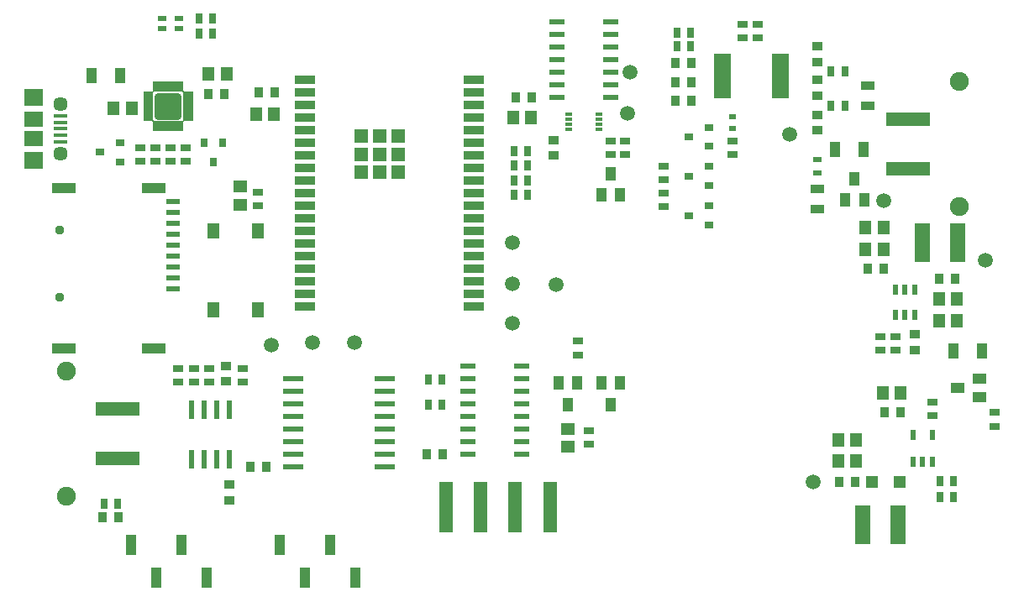
<source format=gbr>
G04 #@! TF.GenerationSoftware,KiCad,Pcbnew,(6.0.0-rc1-255-gd64ae52042)*
G04 #@! TF.CreationDate,2021-12-16T13:03:02+13:00*
G04 #@! TF.ProjectId,main_board,6d61696e-5f62-46f6-9172-642e6b696361,rev?*
G04 #@! TF.SameCoordinates,Original*
G04 #@! TF.FileFunction,Soldermask,Top*
G04 #@! TF.FilePolarity,Negative*
%FSLAX46Y46*%
G04 Gerber Fmt 4.6, Leading zero omitted, Abs format (unit mm)*
G04 Created by KiCad (PCBNEW (6.0.0-rc1-255-gd64ae52042)) date 2021-12-16 13:03:02*
%MOMM*%
%LPD*%
G01*
G04 APERTURE LIST*
G04 Aperture macros list*
%AMRoundRect*
0 Rectangle with rounded corners*
0 $1 Rounding radius*
0 $2 $3 $4 $5 $6 $7 $8 $9 X,Y pos of 4 corners*
0 Add a 4 corners polygon primitive as box body*
4,1,4,$2,$3,$4,$5,$6,$7,$8,$9,$2,$3,0*
0 Add four circle primitives for the rounded corners*
1,1,$1+$1,$2,$3*
1,1,$1+$1,$4,$5*
1,1,$1+$1,$6,$7*
1,1,$1+$1,$8,$9*
0 Add four rect primitives between the rounded corners*
20,1,$1+$1,$2,$3,$4,$5,0*
20,1,$1+$1,$4,$5,$6,$7,0*
20,1,$1+$1,$6,$7,$8,$9,0*
20,1,$1+$1,$8,$9,$2,$3,0*%
G04 Aperture macros list end*
%ADD10C,0.000000*%
%ADD11C,1.900000*%
%ADD12R,4.500000X1.400000*%
%ADD13R,1.150000X1.450000*%
%ADD14C,1.500000*%
%ADD15R,0.990000X0.720000*%
%ADD16R,1.000000X1.500000*%
%ADD17R,0.950000X1.000000*%
%ADD18R,0.720000X0.990000*%
%ADD19R,0.900000X0.800000*%
%ADD20R,1.550000X0.600000*%
%ADD21R,1.500000X0.450000*%
%ADD22R,1.000000X1.400000*%
%ADD23R,0.800000X0.900000*%
%ADD24R,1.450000X1.150000*%
%ADD25R,1.200000X1.200000*%
%ADD26R,0.900000X0.500000*%
%ADD27R,0.570000X1.970000*%
%ADD28R,1.000000X2.000000*%
%ADD29R,1.000000X0.950000*%
%ADD30R,0.750000X0.300000*%
%ADD31R,0.300000X0.750000*%
%ADD32RoundRect,0.265000X1.060000X1.060000X-1.060000X1.060000X-1.060000X-1.060000X1.060000X-1.060000X0*%
%ADD33R,0.600000X1.100000*%
%ADD34R,1.500000X4.000000*%
%ADD35R,0.800000X0.300000*%
%ADD36R,1.400000X1.000000*%
%ADD37C,0.950000*%
%ADD38R,1.400000X0.620000*%
%ADD39R,2.400000X1.100000*%
%ADD40R,1.450000X0.950000*%
%ADD41R,1.300000X1.550000*%
%ADD42R,2.000000X0.600000*%
%ADD43R,1.400000X5.100000*%
%ADD44R,1.330000X1.330000*%
%ADD45R,2.000000X0.900000*%
%ADD46R,0.700000X0.600000*%
%ADD47R,1.350000X0.400000*%
%ADD48C,1.450000*%
%ADD49R,1.900000X1.500000*%
%ADD50R,1.900000X1.800000*%
%ADD51O,1.600000X0.900000*%
%ADD52R,0.850900X0.508000*%
G04 APERTURE END LIST*
D10*
G36*
X103839200Y-66076600D02*
G01*
X103639200Y-66276599D01*
X103539200Y-66176599D01*
X103739200Y-65976600D01*
X103839200Y-66076600D01*
G37*
G36*
X100689203Y-66126602D02*
G01*
X99689202Y-66126602D01*
X99689202Y-63126603D01*
X100689203Y-63126603D01*
X100689203Y-66126602D01*
G37*
G36*
X100839200Y-66176599D02*
G01*
X100739200Y-66276599D01*
X100539200Y-66076600D01*
X100639200Y-65976600D01*
X100839200Y-66176599D01*
G37*
G36*
X164740205Y-63808402D02*
G01*
X163040206Y-63808402D01*
X163040206Y-59308401D01*
X164740205Y-59308401D01*
X164740205Y-63808402D01*
G37*
G36*
X158940196Y-63808385D02*
G01*
X157240197Y-63808385D01*
X157240197Y-59308383D01*
X158940196Y-59308383D01*
X158940196Y-63808385D01*
G37*
G36*
X103689203Y-67126599D02*
G01*
X100689204Y-67126599D01*
X100689204Y-66126599D01*
X103689203Y-66126599D01*
X103689203Y-67126599D01*
G37*
G36*
X103689199Y-63126603D02*
G01*
X100689200Y-63126603D01*
X100689200Y-62126601D01*
X103689199Y-62126601D01*
X103689199Y-63126603D01*
G37*
G36*
X104689200Y-66126598D02*
G01*
X103689200Y-66126598D01*
X103689200Y-63126599D01*
X104689200Y-63126599D01*
X104689200Y-66126598D01*
G37*
G36*
X100839200Y-63076600D02*
G01*
X100639200Y-63276600D01*
X100539200Y-63176600D01*
X100739200Y-62976601D01*
X100839200Y-63076600D01*
G37*
G36*
X103839200Y-63176600D02*
G01*
X103739200Y-63276600D01*
X103539200Y-63076600D01*
X103639200Y-62976601D01*
X103839200Y-63176600D01*
G37*
D11*
G04 #@! TO.C,J300*
X181912600Y-74729400D03*
X181912600Y-62129400D03*
D12*
X176762600Y-70929400D03*
X176762600Y-65929400D03*
G04 #@! TD*
G04 #@! TO.C,J400*
X97062600Y-95129400D03*
X97062600Y-100129400D03*
D11*
X91912600Y-91329400D03*
X91912600Y-103929400D03*
G04 #@! TD*
D13*
G04 #@! TO.C,C302*
X174283200Y-76896072D03*
X172483200Y-76896072D03*
G04 #@! TD*
D14*
G04 #@! TO.C,TP100*
X112580551Y-88706600D03*
G04 #@! TD*
D15*
G04 #@! TO.C,R104*
X99395200Y-68811598D03*
X99395200Y-70191600D03*
G04 #@! TD*
D14*
G04 #@! TO.C,TP304*
X164812600Y-67429400D03*
G04 #@! TD*
G04 #@! TO.C,TP105*
X136864203Y-86547600D03*
G04 #@! TD*
D16*
G04 #@! TO.C,D300*
X169359249Y-69027599D03*
X172259248Y-69027599D03*
G04 #@! TD*
D17*
G04 #@! TO.C,C100*
X112905551Y-63234576D03*
X111305552Y-63234576D03*
G04 #@! TD*
D15*
G04 #@! TO.C,R403*
X103179683Y-91094601D03*
X103179683Y-92474604D03*
G04 #@! TD*
G04 #@! TO.C,R501*
X144632600Y-97317807D03*
X144632600Y-98697809D03*
G04 #@! TD*
D14*
G04 #@! TO.C,TP103*
X121004200Y-88484599D03*
G04 #@! TD*
D18*
G04 #@! TO.C,R203*
X154822200Y-57210600D03*
X153442200Y-57210600D03*
G04 #@! TD*
D19*
G04 #@! TO.C,Q100*
X97347200Y-70225601D03*
X97347200Y-68325602D03*
X95347200Y-69275600D03*
G04 #@! TD*
D14*
G04 #@! TO.C,TP501*
X148728396Y-61166180D03*
G04 #@! TD*
G04 #@! TO.C,TP302*
X167213200Y-102498373D03*
G04 #@! TD*
D17*
G04 #@! TO.C,C311*
X181480200Y-82040873D03*
X179880200Y-82040873D03*
G04 #@! TD*
D15*
G04 #@! TO.C,R503*
X146778397Y-68127609D03*
X146778397Y-69507611D03*
G04 #@! TD*
G04 #@! TO.C,R301*
X173941205Y-87839675D03*
X173941205Y-89219677D03*
G04 #@! TD*
D20*
G04 #@! TO.C,U500*
X146778397Y-63706180D03*
X146778397Y-62436180D03*
X146778397Y-61166180D03*
X146778397Y-59896180D03*
X146778397Y-58626180D03*
X146778397Y-57356180D03*
X146778397Y-56086180D03*
X141378398Y-56086180D03*
X141378398Y-57356180D03*
X141378398Y-58626180D03*
X141378398Y-59896180D03*
X141378398Y-61166180D03*
X141378398Y-62436180D03*
X141378398Y-63706180D03*
G04 #@! TD*
D18*
G04 #@! TO.C,R209*
X138439200Y-73593600D03*
X137059200Y-73593600D03*
G04 #@! TD*
G04 #@! TO.C,R204*
X138439200Y-70628600D03*
X137059200Y-70628600D03*
G04 #@! TD*
D21*
G04 #@! TO.C,IC200*
X158090200Y-59608390D03*
X158090200Y-60258392D03*
X158090200Y-60908390D03*
X158090200Y-61558392D03*
X158090200Y-62208390D03*
X158090200Y-62858392D03*
X158090200Y-63508390D03*
X163890202Y-63508390D03*
X163890202Y-62858392D03*
X163890202Y-62208390D03*
X163890202Y-61558392D03*
X163890202Y-60908390D03*
X163890202Y-60258392D03*
X163890202Y-59608390D03*
G04 #@! TD*
D22*
G04 #@! TO.C,Q300*
X170426198Y-74108600D03*
X172326197Y-74108600D03*
X171376200Y-71908600D03*
G04 #@! TD*
D23*
G04 #@! TO.C,Q101*
X107711200Y-68275599D03*
X105811202Y-68275599D03*
X106761200Y-70275601D03*
G04 #@! TD*
D24*
G04 #@! TO.C,C500*
X142492264Y-98941408D03*
X142492264Y-97141407D03*
G04 #@! TD*
D25*
G04 #@! TO.C,D302*
X173132195Y-102527774D03*
X175932195Y-102527774D03*
G04 #@! TD*
D17*
G04 #@! TO.C,C305*
X174283200Y-80990872D03*
X172683202Y-80990872D03*
G04 #@! TD*
D26*
G04 #@! TO.C,D301*
X167594200Y-71363602D03*
X167594200Y-69983600D03*
G04 #@! TD*
D14*
G04 #@! TO.C,TP300*
X184562600Y-80179400D03*
G04 #@! TD*
D27*
G04 #@! TO.C,U402*
X108370681Y-95248601D03*
X107100681Y-95248601D03*
X105830681Y-95248601D03*
X104560681Y-95248601D03*
X104560681Y-100198599D03*
X105830681Y-100198599D03*
X107100681Y-100198599D03*
X108370681Y-100198599D03*
G04 #@! TD*
D13*
G04 #@! TO.C,C309*
X169743200Y-98238775D03*
X171543202Y-98238775D03*
G04 #@! TD*
D20*
G04 #@! TO.C,U401*
X137837203Y-99712801D03*
X137837203Y-98442801D03*
X137837203Y-97172801D03*
X137837203Y-95902801D03*
X137837203Y-94632801D03*
X137837203Y-93362801D03*
X137837203Y-92092801D03*
X137837203Y-90822801D03*
X132437204Y-90822801D03*
X132437204Y-92092801D03*
X132437204Y-93362801D03*
X132437204Y-94632801D03*
X132437204Y-95902801D03*
X132437204Y-97172801D03*
X132437204Y-98442801D03*
X132437204Y-99712801D03*
G04 #@! TD*
D15*
G04 #@! TO.C,R206*
X161605200Y-57743934D03*
X161605200Y-56363932D03*
G04 #@! TD*
D28*
G04 #@! TO.C,J103*
X113441400Y-108874601D03*
X115981400Y-112174600D03*
X118521400Y-108874601D03*
X121061400Y-112174600D03*
G04 #@! TD*
D15*
G04 #@! TO.C,R502*
X148228397Y-68127609D03*
X148228397Y-69507611D03*
G04 #@! TD*
D14*
G04 #@! TO.C,TP301*
X174312600Y-74179400D03*
G04 #@! TD*
D18*
G04 #@! TO.C,R207*
X138439200Y-69128597D03*
X137059200Y-69128597D03*
G04 #@! TD*
D29*
G04 #@! TO.C,C403*
X107981375Y-90788808D03*
X107981375Y-92388808D03*
G04 #@! TD*
D17*
G04 #@! TO.C,C402*
X128264606Y-99681523D03*
X129864606Y-99681523D03*
G04 #@! TD*
D18*
G04 #@! TO.C,R107*
X105309200Y-55813600D03*
X106689200Y-55813600D03*
G04 #@! TD*
D28*
G04 #@! TO.C,J104*
X106050000Y-112174198D03*
X103510000Y-108874200D03*
X100970000Y-112174198D03*
X98430000Y-108874200D03*
G04 #@! TD*
D30*
G04 #@! TO.C,U100*
X104189200Y-65876600D03*
X104189200Y-65376601D03*
X104189200Y-64876602D03*
X104189200Y-64376600D03*
X104189200Y-63876601D03*
X104189200Y-63376600D03*
D31*
X103439200Y-62626601D03*
X102939200Y-62626601D03*
X102439202Y-62626601D03*
X101939200Y-62626601D03*
X101439202Y-62626601D03*
X100939200Y-62626601D03*
D30*
X100189200Y-63376600D03*
X100189200Y-63876601D03*
X100189200Y-64376600D03*
X100189200Y-64876602D03*
X100189200Y-65376601D03*
X100189200Y-65876600D03*
D31*
X100939200Y-66626601D03*
X101439202Y-66626601D03*
X101939200Y-66626601D03*
X102439202Y-66626601D03*
X102939200Y-66626601D03*
X103439200Y-66626601D03*
D32*
X102189200Y-64626600D03*
G04 #@! TD*
D15*
G04 #@! TO.C,R306*
X185501200Y-96905222D03*
X185501200Y-95525220D03*
G04 #@! TD*
D33*
G04 #@! TO.C,U301*
X177289200Y-100476886D03*
X178239200Y-100476886D03*
X179189198Y-100476886D03*
X179189198Y-97776887D03*
X177289200Y-97776887D03*
G04 #@! TD*
D15*
G04 #@! TO.C,R500*
X143466862Y-88308869D03*
X143466862Y-89688871D03*
G04 #@! TD*
D34*
G04 #@! TO.C,L301*
X175787200Y-106818375D03*
X172187203Y-106818375D03*
G04 #@! TD*
D18*
G04 #@! TO.C,R401*
X128384571Y-92212755D03*
X129764573Y-92212755D03*
G04 #@! TD*
D35*
G04 #@! TO.C,U501*
X145628397Y-66968604D03*
X145628397Y-66468603D03*
X145628397Y-65968604D03*
X145628397Y-65468602D03*
X142528398Y-65468602D03*
X142528398Y-65968604D03*
X142528398Y-66468603D03*
X142528398Y-66968604D03*
G04 #@! TD*
D19*
G04 #@! TO.C,Q200*
X156659289Y-76589599D03*
X156659289Y-74689600D03*
X154659288Y-75639598D03*
G04 #@! TD*
D15*
G04 #@! TO.C,R208*
X160081200Y-57743934D03*
X160081200Y-56363932D03*
G04 #@! TD*
D36*
G04 #@! TO.C,Q301*
X183954868Y-94001883D03*
X183954868Y-92101884D03*
X181754868Y-93051882D03*
G04 #@! TD*
D29*
G04 #@! TO.C,C404*
X108370681Y-104393602D03*
X108370681Y-102793603D03*
G04 #@! TD*
D13*
G04 #@! TO.C,C105*
X98501200Y-64859599D03*
X96701200Y-64859599D03*
G04 #@! TD*
D22*
G04 #@! TO.C,Q501*
X147741601Y-92535175D03*
X145841602Y-92535175D03*
X146791600Y-94735176D03*
G04 #@! TD*
D19*
G04 #@! TO.C,Q201*
X156656200Y-72618598D03*
X156656200Y-70718599D03*
X154656200Y-71668597D03*
G04 #@! TD*
D13*
G04 #@! TO.C,C310*
X169743200Y-100437173D03*
X171543202Y-100437173D03*
G04 #@! TD*
D22*
G04 #@! TO.C,Q500*
X143442265Y-92543173D03*
X141542266Y-92543173D03*
X142492264Y-94743174D03*
G04 #@! TD*
D24*
G04 #@! TO.C,C104*
X109418197Y-74543598D03*
X109418197Y-72743597D03*
G04 #@! TD*
D13*
G04 #@! TO.C,C301*
X181680202Y-86254674D03*
X179880200Y-86254674D03*
G04 #@! TD*
D33*
G04 #@! TO.C,U300*
X177416202Y-83104673D03*
X176466202Y-83104673D03*
X175516203Y-83104673D03*
X175516203Y-85704673D03*
X176466202Y-85704673D03*
X177416202Y-85704673D03*
G04 #@! TD*
D16*
G04 #@! TO.C,D303*
X184254868Y-89324874D03*
X181354868Y-89324874D03*
G04 #@! TD*
D15*
G04 #@! TO.C,R103*
X103939200Y-68811598D03*
X103939200Y-70191600D03*
G04 #@! TD*
G04 #@! TO.C,R404*
X109682200Y-91093598D03*
X109682200Y-92473600D03*
G04 #@! TD*
G04 #@! TO.C,R300*
X175516203Y-89219677D03*
X175516203Y-87839675D03*
G04 #@! TD*
G04 #@! TO.C,R101*
X102443200Y-68811598D03*
X102443200Y-70191600D03*
G04 #@! TD*
G04 #@! TO.C,R100*
X111225202Y-74658599D03*
X111225202Y-73278597D03*
G04 #@! TD*
D17*
G04 #@! TO.C,C106*
X97198001Y-106105600D03*
X95598002Y-106105600D03*
G04 #@! TD*
D13*
G04 #@! TO.C,C501*
X138749066Y-65806778D03*
X136949064Y-65806778D03*
G04 #@! TD*
D18*
G04 #@! TO.C,R400*
X129764573Y-94710530D03*
X128384571Y-94710530D03*
G04 #@! TD*
D34*
G04 #@! TO.C,L300*
X178190200Y-78419600D03*
X181790197Y-78419600D03*
G04 #@! TD*
D37*
G04 #@! TO.C,J102*
X91272200Y-83884600D03*
X91272200Y-77084599D03*
D38*
X102692200Y-83064600D03*
X102692200Y-81964599D03*
X102692200Y-80864599D03*
X102692200Y-79764599D03*
X102692200Y-78664601D03*
X102692200Y-77564600D03*
X102692200Y-76464600D03*
X102692200Y-75364600D03*
X102692200Y-74264599D03*
D39*
X91692200Y-72884600D03*
X100692200Y-72884600D03*
X100692200Y-89034600D03*
X91692200Y-89034600D03*
G04 #@! TD*
D14*
G04 #@! TO.C,TP106*
X141318591Y-82585200D03*
G04 #@! TD*
D19*
G04 #@! TO.C,Q202*
X156656200Y-68658598D03*
X156656200Y-66758600D03*
X154656200Y-67708598D03*
G04 #@! TD*
D18*
G04 #@! TO.C,R106*
X106689200Y-57337600D03*
X105309200Y-57337600D03*
G04 #@! TD*
D16*
G04 #@! TO.C,D100*
X94447200Y-61508597D03*
X97347200Y-61508597D03*
G04 #@! TD*
D17*
G04 #@! TO.C,C200*
X154932203Y-60258392D03*
X153332204Y-60258392D03*
G04 #@! TD*
D40*
G04 #@! TO.C,R213*
X172683202Y-64577598D03*
X172683202Y-62577597D03*
G04 #@! TD*
D15*
G04 #@! TO.C,R201*
X152100200Y-73398599D03*
X152100200Y-74778601D03*
G04 #@! TD*
G04 #@! TO.C,R405*
X104789200Y-92473600D03*
X104789200Y-91093598D03*
G04 #@! TD*
D17*
G04 #@! TO.C,C202*
X153332202Y-64048597D03*
X154932200Y-64048597D03*
G04 #@! TD*
D18*
G04 #@! TO.C,R304*
X181370200Y-102391409D03*
X179990198Y-102391409D03*
G04 #@! TD*
D41*
G04 #@! TO.C,SW100*
X111225202Y-77199597D03*
X111225202Y-85149599D03*
X106725200Y-77199597D03*
X106725200Y-85149599D03*
G04 #@! TD*
D29*
G04 #@! TO.C,C503*
X141030397Y-68017607D03*
X141030397Y-69617606D03*
G04 #@! TD*
D42*
G04 #@! TO.C,U400*
X124056499Y-100984330D03*
X124056499Y-99714330D03*
X124056499Y-98444330D03*
X124056499Y-97174330D03*
X124056499Y-95904330D03*
X124056499Y-94634330D03*
X124056499Y-93364330D03*
X124056499Y-92094330D03*
X114756500Y-92094330D03*
X114756500Y-93364330D03*
X114756500Y-94634330D03*
X114756500Y-95904330D03*
X114756500Y-97174330D03*
X114756500Y-98444330D03*
X114756500Y-99714330D03*
X114756500Y-100984330D03*
G04 #@! TD*
D29*
G04 #@! TO.C,C203*
X167594200Y-67074601D03*
X167594200Y-65474602D03*
G04 #@! TD*
D18*
G04 #@! TO.C,R214*
X170385203Y-61133183D03*
X169005200Y-61133183D03*
G04 #@! TD*
D29*
G04 #@! TO.C,C205*
X167594200Y-58583389D03*
X167594200Y-60183388D03*
G04 #@! TD*
D43*
G04 #@! TO.C,J500*
X130160099Y-105021724D03*
X133660100Y-105021805D03*
X137160100Y-105021886D03*
X140660101Y-105021967D03*
G04 #@! TD*
D15*
G04 #@! TO.C,R210*
X159085200Y-69504368D03*
X159085200Y-68124365D03*
G04 #@! TD*
G04 #@! TO.C,R402*
X106360198Y-91093598D03*
X106360198Y-92473600D03*
G04 #@! TD*
G04 #@! TO.C,R102*
X100919200Y-68811598D03*
X100919200Y-70191600D03*
G04 #@! TD*
D29*
G04 #@! TO.C,C304*
X177424000Y-89201801D03*
X177424000Y-87601802D03*
G04 #@! TD*
G04 #@! TO.C,C204*
X167594200Y-61977598D03*
X167594200Y-63577598D03*
G04 #@! TD*
D14*
G04 #@! TO.C,TP104*
X136864203Y-82529673D03*
G04 #@! TD*
D13*
G04 #@! TO.C,C300*
X181680202Y-84062873D03*
X179880200Y-84062873D03*
G04 #@! TD*
D15*
G04 #@! TO.C,R303*
X179180200Y-94475217D03*
X179180200Y-95855219D03*
G04 #@! TD*
D17*
G04 #@! TO.C,C102*
X106249202Y-63374735D03*
X107849200Y-63374735D03*
G04 #@! TD*
D40*
G04 #@! TO.C,R302*
X167594200Y-72958600D03*
X167594200Y-74958601D03*
G04 #@! TD*
D44*
G04 #@! TO.C,U101*
X125339200Y-69458599D03*
X121669200Y-69458599D03*
X123504200Y-67623599D03*
X125339200Y-71293600D03*
X125339200Y-67623599D03*
X123504200Y-69458599D03*
X121669200Y-67623599D03*
X123504200Y-71293600D03*
X121669200Y-71293600D03*
D45*
X133004200Y-61958599D03*
X133004200Y-63228599D03*
X133004200Y-64498599D03*
X133004200Y-65768599D03*
X133004200Y-67038599D03*
X133004200Y-68308599D03*
X133004200Y-69578599D03*
X133004200Y-70848599D03*
X133004200Y-72118599D03*
X133004200Y-73388599D03*
X133004200Y-74658599D03*
X133004200Y-75928599D03*
X133004200Y-77198599D03*
X133004200Y-78468599D03*
X133004200Y-79738599D03*
X133004200Y-81008599D03*
X133004200Y-82278599D03*
X133004200Y-83548599D03*
X133004200Y-84818599D03*
X116004200Y-84818599D03*
X116004200Y-83548599D03*
X116004200Y-82278599D03*
X116004200Y-81008599D03*
X116004200Y-79738599D03*
X116004200Y-78468599D03*
X116004200Y-77198599D03*
X116004200Y-75928599D03*
X116004200Y-74658599D03*
X116004200Y-73388599D03*
X116004200Y-72118599D03*
X116004200Y-70848599D03*
X116004200Y-69578599D03*
X116004200Y-68308599D03*
X116004200Y-67038599D03*
X116004200Y-65768599D03*
X116004200Y-64498599D03*
X116004200Y-63228599D03*
X116004200Y-61958599D03*
G04 #@! TD*
D13*
G04 #@! TO.C,C303*
X174283200Y-79040871D03*
X172483200Y-79040871D03*
G04 #@! TD*
D18*
G04 #@! TO.C,R202*
X153442200Y-58607600D03*
X154822200Y-58607600D03*
G04 #@! TD*
D14*
G04 #@! TO.C,TP101*
X116755572Y-88484599D03*
G04 #@! TD*
D17*
G04 #@! TO.C,C502*
X138853399Y-63706180D03*
X137253400Y-63706180D03*
G04 #@! TD*
G04 #@! TO.C,C308*
X169842200Y-102524599D03*
X171442198Y-102524599D03*
G04 #@! TD*
D14*
G04 #@! TO.C,TP102*
X136864203Y-78380443D03*
G04 #@! TD*
D46*
G04 #@! TO.C,D200*
X159085200Y-65674368D03*
X159085200Y-66874365D03*
G04 #@! TD*
D13*
G04 #@! TO.C,C306*
X176012202Y-93551884D03*
X174212200Y-93551884D03*
G04 #@! TD*
D18*
G04 #@! TO.C,R205*
X138439200Y-72118599D03*
X137059200Y-72118599D03*
G04 #@! TD*
D47*
G04 #@! TO.C,J100*
X91322200Y-65609600D03*
X91322200Y-66259599D03*
X91322200Y-66909600D03*
X91322200Y-67559601D03*
X91322200Y-68209600D03*
D48*
X91347200Y-69409600D03*
D49*
X88647200Y-65909600D03*
D50*
X88647200Y-70109601D03*
D51*
X88647200Y-63409600D03*
D48*
X91347200Y-64409600D03*
D51*
X88647200Y-70409601D03*
D49*
X88647200Y-67909601D03*
D50*
X88647200Y-63709599D03*
G04 #@! TD*
D15*
G04 #@! TO.C,R200*
X152100200Y-70673601D03*
X152100200Y-72053603D03*
G04 #@! TD*
D18*
G04 #@! TO.C,R212*
X170385203Y-64583181D03*
X169005200Y-64583181D03*
G04 #@! TD*
D13*
G04 #@! TO.C,C101*
X112851404Y-65465663D03*
X111051402Y-65465663D03*
G04 #@! TD*
D17*
G04 #@! TO.C,C307*
X176016205Y-95525220D03*
X174416206Y-95525220D03*
G04 #@! TD*
G04 #@! TO.C,C201*
X153332202Y-62208390D03*
X154932200Y-62208390D03*
G04 #@! TD*
D18*
G04 #@! TO.C,R105*
X95707999Y-104683200D03*
X97088001Y-104683200D03*
G04 #@! TD*
D52*
G04 #@! TO.C,D101*
X103313150Y-55813600D03*
X101573250Y-55813600D03*
X101573250Y-56829600D03*
X103313150Y-56829600D03*
G04 #@! TD*
D17*
G04 #@! TO.C,C400*
X112109810Y-100984330D03*
X110509811Y-100984330D03*
G04 #@! TD*
D22*
G04 #@! TO.C,Q502*
X145833398Y-73599610D03*
X147733396Y-73599610D03*
X146783398Y-71399609D03*
G04 #@! TD*
D18*
G04 #@! TO.C,R305*
X179990198Y-104062409D03*
X181370200Y-104062409D03*
G04 #@! TD*
D13*
G04 #@! TO.C,C103*
X106276202Y-61381597D03*
X108076204Y-61381597D03*
G04 #@! TD*
D14*
G04 #@! TO.C,TP502*
X148478566Y-65374368D03*
G04 #@! TD*
M02*

</source>
